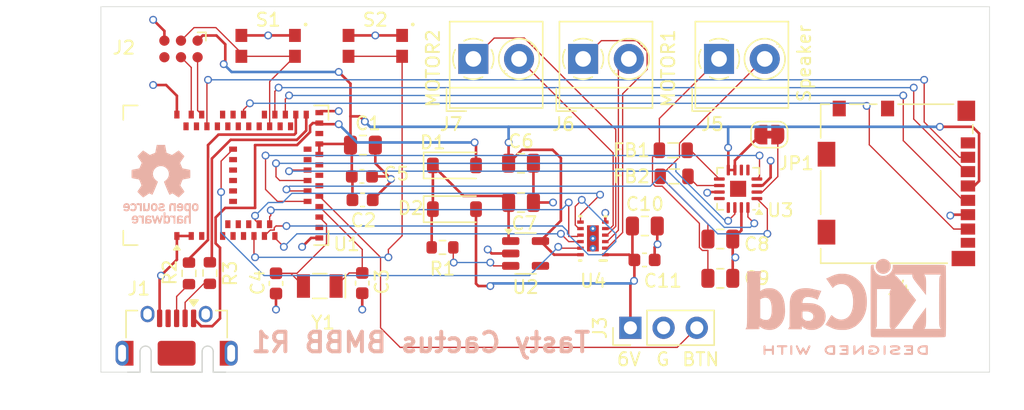
<source format=kicad_pcb>
(kicad_pcb (version 20240108) (generator "pcbnew") (generator_version "8.0")
  (title_block (title "Big Mount Billy Bass Master Control Program") (date "2025-03-13") (rev "R1") (company "Tasty Cactus Software"))
  (layers (0 "F.Cu" signal) (1 "In1.Cu" signal) (2 "In2.Cu" signal) (31 "B.Cu" signal) (34 "B.Paste" user) (35 "F.Paste" user) (36 "B.SilkS" user "B.Silkscreen") (37 "F.SilkS" user "F.Silkscreen") (38 "B.Mask" user) (39 "F.Mask" user) (44 "Edge.Cuts" user))
  (net 0 "")
  (net 1 "+3.3V")
  (net 2 "GND")
  (net 3 "Net-(U1-P0.01)")
  (net 4 "Net-(U1-P0.00)")
  (net 5 "/VHI")
  (net 6 "VBUS")
  (net 7 "+BATT")
  (net 13 "Net-(J1-D+)")
  (net 17 "Net-(J1-D-)")
  (net 19 "/SWCLK")
  (net 20 "/~{RESET}")
  (net 21 "/SWDIO")
  (net 22 "Net-(U2-EN)")
  (net 23 "/USBD+")
  (net 24 "/USBD-")
  (net 25 "/SWITCH")
  (net 26 "Net-(J5-Pin_2)")
  (net 28 "Net-(J5-Pin_1)")
  (net 32 "Net-(U3-OUTP)")
  (net 42 "Net-(U3-OUTN)")
  (net 60 "/BTN1")
  (net 64 "/SPI_MOSI")
  (net 65 "/SPI_SCLK")
  (net 66 "/SPI_CS1")
  (net 68 "/SPI_MISO")
  (net 70 "Net-(J6-Pin_2)")
  (net 71 "Net-(J6-Pin_1)")
  (net 72 "Net-(J7-Pin_1)")
  (net 73 "Net-(J7-Pin_2)")
  (net 74 "Net-(JP1-A)")
  (net 75 "/MOTOR_B1")
  (net 76 "/MOTOR_B2")
  (net 77 "/MOTOR_A2")
  (net 78 "/I2S_MODE")
  (net 79 "/MOTOR_CTRL")
  (net 80 "/I2S_LRCK")
  (net 81 "/MOTOR_A1")
  (net 82 "/I2S_DOUT")
  (net 83 "/I2S_SCK")
  (footprint "Capacitor_SMD:C_0603_1608Metric" (layer "F.Cu") (at 138.975 93)
    (property "Reference" "C5")
    (property "Value" "0.1uF")
  )
  (footprint "Capacitor_SMD:C_0805_2012Metric" (layer "F.Cu") (at 139.05 90.6)
    (property "Reference" "C1")
    (property "Value" "10uF")
  )
  (footprint "TerminalBlock_MetzConnect:TerminalBlock_MetzConnect_Type059_RT06302HBWC_1x02_P3.50mm_Horizontal" (layer "F.Cu") (at 166.3 84)
    (property "Reference" "J5")
    (property "Value" "Screw_Terminal_01x02")
  )
  (footprint "Capacitor_SMD:C_0805_2012Metric" (layer "F.Cu") (at 166.4 100.81)
    (property "Reference" "C9")
    (property "Value" "220pF")
  )
  (footprint "KMR231GLFS:SW4SMD_63X161LS" (layer "F.Cu") (at 131.8 83)
    (property "Reference" "S1")
    (property "Value" "KMR231GLFS")
  )
  (footprint "Capacitor_SMD:C_0603_1608Metric" (layer "F.Cu") (at 139 101.175 90)
    (property "Reference" "C3")
    (property "Value" "22pF")
  )
  (footprint "Resistor_SMD:R_0603_1608Metric" (layer "F.Cu") (at 127.34 100.405 -90)
    (property "Reference" "R3")
    (property "Value" "22")
  )
  (footprint "Connector_Card:microSD_HC_Molex_104031-0811" (layer "F.Cu") (at 179.9 93.54 -90)
    (property "Reference" "J4")
    (property "Value" "Micro_SD_Card")
  )
  (footprint "Connector_USB:USB_Micro-AB_Molex_47590-0001" (layer "F.Cu") (at 124.795 106.9)
    (property "Reference" "J1")
    (property "Value" "USB_OTG")
    (fp_line (start -3.75 1.1) (end -2.8 1.1) (stroke (width 0.1)) (layer "Edge.Cuts"))
    (fp_line (start -2.8 -0.475) (end -2.8 1.1) (stroke (width 0.1)) (layer "Edge.Cuts"))
    (fp_line (start -1.95 -0.475) (end -1.95 1.1) (stroke (width 0.1)) (layer "Edge.Cuts"))
    (fp_line (start -1.95 1.1) (end 1.95 1.1) (stroke (width 0.1)) (layer "Edge.Cuts"))
    (fp_line (start 1.95 -0.475) (end 1.95 1.1) (stroke (width 0.1)) (layer "Edge.Cuts"))
    (fp_line (start 2.8 -0.475) (end 2.8 1.1) (stroke (width 0.1)) (layer "Edge.Cuts"))
    (fp_line (start 2.8 1.1) (end 3.75 1.1) (stroke (width 0.1)) (layer "Edge.Cuts"))
    (fp_arc (start -2.8 -0.475) (mid -2.375 -0.9) (end -1.95 -0.475) (stroke (width 0.1)) (layer "Edge.Cuts"))
    (fp_arc (start 1.95 -0.475) (mid 2.375 -0.9) (end 2.8 -0.475) (stroke (width 0.1)) (layer "Edge.Cuts"))
  )
  (footprint "Capacitor_SMD:C_0805_2012Metric" (layer "F.Cu") (at 151.15 91.99)
    (property "Reference" "C6")
    (property "Value" "10uF")
  )
  (footprint "Jumper:SolderJumper-2_P1.3mm_Bridged_RoundedPad1.0x1.5mm" (layer "F.Cu") (at 170.15 89.8 180)
    (property "Reference" "JP1")
    (property "Value" "SolderJumper")
  )
  (footprint "Resistor_SMD:R_0603_1608Metric" (layer "F.Cu") (at 125.74 100.43 -90)
    (property "Reference" "R2")
    (property "Value" "22")
  )
  (footprint "Capacitor_SMD:C_0805_2012Metric" (layer "F.Cu") (at 166.4 97.8)
    (property "Reference" "C8")
    (property "Value" "220pF")
  )
  (footprint "DRV8835:DSS0012A" (layer "F.Cu") (at 156.649999 97.75 180)
    (property "Reference" "U4")
    (property "Value" "DRV8835DSSR")
  )
  (footprint "Inductor_SMD:L_0805_2012Metric" (layer "F.Cu") (at 162.8625 93 180)
    (property "Reference" "FB2")
    (property "Value" "FerriteBead")
  )
  (footprint "Inductor_SMD:L_0805_2012Metric" (layer "F.Cu") (at 162.8 91 180)
    (property "Reference" "FB1")
    (property "Value" "FerriteBead")
  )
  (footprint "TerminalBlock_MetzConnect:TerminalBlock_MetzConnect_Type059_RT06302HBWC_1x02_P3.50mm_Horizontal" (layer "F.Cu") (at 147.5 84)
    (property "Reference" "J7")
    (property "Value" "Screw_Terminal_01x02")
  )
  (footprint "Capacitor_SMD:C_0805_2012Metric" (layer "F.Cu") (at 160.625 96.8)
    (property "Reference" "C10")
    (property "Value" "10uF")
  )
  (footprint "Capacitor_SMD:C_0603_1608Metric" (layer "F.Cu") (at 132.4 101.2 90)
    (property "Reference" "C4")
    (property "Value" "22pF")
  )
  (footprint "Resistor_SMD:R_0603_1608Metric" (layer "F.Cu") (at 145.14 98.44)
    (property "Reference" "R1")
    (property "Value" "10k")
  )
  (footprint "KMR231GLFS:SW4SMD_63X161LS" (layer "F.Cu") (at 140 83)
    (property "Reference" "S2")
    (property "Value" "KMR231GLFS")
  )
  (footprint "Diode_SMD:D_SOD-123" (layer "F.Cu") (at 146.055 95.51)
    (property "Reference" "D2")
    (property "Value" "MBR120")
  )
  (footprint "Connector_PinHeader_2.54mm:PinHeader_1x03_P2.54mm_Vertical" (layer "F.Cu") (at 159.52 104.6 90)
    (property "Reference" "J3")
    (property "Value" "Conn_01x03_Pin")
  )
  (footprint "RF_Module:Raytac_MDBT50Q" (layer "F.Cu") (at 128.565 92.915 90)
    (property "Reference" "U1")
    (property "Value" "MDBT50Q-P1MV2")
  )
  (footprint "Capacitor_SMD:C_0805_2012Metric" (layer "F.Cu") (at 151.15 95)
    (property "Reference" "C7")
    (property "Value" "10uF")
  )
  (footprint "Diode_SMD:D_SOD-123" (layer "F.Cu") (at 146.055 92.16)
    (property "Reference" "D1")
    (property "Value" "MBR120")
  )
  (footprint "Capacitor_SMD:C_0603_1608Metric" (layer "F.Cu") (at 139.025 94.8)
    (property "Reference" "C2")
    (property "Value" "0.1uF")
  )
  (footprint "TerminalBlock_MetzConnect:TerminalBlock_MetzConnect_Type059_RT06302HBWC_1x02_P3.50mm_Horizontal" (layer "F.Cu") (at 155.9 84)
    (property "Reference" "J6")
    (property "Value" "Screw_Terminal_01x02")
  )
  (footprint "Package_TO_SOT_SMD:SOT-23-5" (layer "F.Cu") (at 151.5 98.905)
    (property "Reference" "U2")
    (property "Value" "AP2112K-3.3")
  )
  (footprint "Crystal:Crystal_SMD_MicroCrystal_CC7V-T1A-2Pin_3.2x1.5mm" (layer "F.Cu") (at 135.75 101.4 180)
    (property "Reference" "Y1")
    (property "Value" "32.768")
  )
  (footprint "Connector:Tag-Connect_TC2030-IDC-NL_2x03_P1.27mm_Vertical" (layer "F.Cu") (at 125.13 83.235 180)
    (property "Reference" "J2")
    (property "Value" "Conn_ARM_SWD_TagConnect_TC2030")
  )
  (footprint "Package_DFN_QFN:TQFN-16-1EP_3x3mm_P0.5mm_EP1.23x1.23mm" (layer "F.Cu") (at 167.7625 93.95 180)
    (property "Reference" "U3")
    (property "Value" "MAX98357A")
  )
  (footprint "Capacitor_SMD:C_0603_1608Metric" (layer "F.Cu") (at 160.6 99.4)
    (property "Reference" "C11")
    (property "Value" "0.1uF")
  )
  (footprint "Symbol:OSHW-Logo_5.7x6mm_SilkScreen" (layer "B.Cu") (at 123.6 93.6 180)
    (property "Reference" "REF**" (hide yes))
    (property "Value" "OSHW-Logo_5.7x6mm_SilkScreen" (hide yes))
  )
  (footprint "Symbol:KiCad-Logo2_6mm_SilkScreen" (layer "B.Cu") (at 176.007487 102.304848 180)
    (property "Reference" "REF**" (hide yes))
    (property "Value" "KiCad-Logo2_6mm_SilkScreen" (hide yes))
  )
  (gr_line (start 128.545 108) (end 187 108) (stroke (width 0.05)) (layer "Edge.Cuts"))
  (gr_line (start 119 80) (end 119 108) (stroke (width 0.05)) (layer "Edge.Cuts"))
  (gr_line (start 187 80) (end 119 80) (stroke (width 0.05)) (layer "Edge.Cuts"))
  (gr_line (start 121.045 108) (end 119 108) (stroke (width 0.05)) (layer "Edge.Cuts"))
  (gr_line (start 187 108) (end 187 80) (stroke (width 0.05)) (layer "Edge.Cuts"))
  (gr_text "Tasty Cactus BMBB R1" (at 156.6 106.6 0) (layer "B.SilkS") (effects (font (size 1.5 1.5) (thickness 0.3) (bold yes)) (justify left bottom mirror)))
  (gr_text "Speaker" (at 173.4 87.4 90) (layer "F.SilkS") (effects (font (size 1 1)) (justify left bottom)))
  (gr_text "BTN" (at 163.4 107.6 0) (layer "F.SilkS") (effects (font (size 1 1)) (justify left bottom)))
  (gr_text "MOTOR2" (at 145 87.8 90) (layer "F.SilkS") (effects (font (size 1 1)) (justify left bottom)))
  (gr_text "MOTOR1" (at 163 87.8 90) (layer "F.SilkS") (effects (font (size 1 1)) (justify left bottom)))
  (gr_text "6V" (at 158.4 107.6 0) (layer "F.SilkS") (effects (font (size 1 1)) (justify left bottom)))
  (gr_text "G" (at 161.4 107.6 0) (layer "F.SilkS") (effects (font (size 1 1)) (justify left bottom)))
  (segment (start 138.25 93.05) (end 138.2 93) (width 0.2) (layer "F.Cu") (net 1))
  (segment (start 185.825 93.735) (end 186.2 93.36) (width 0.2) (layer "F.Cu") (net 1))
  (segment (start 135.715 91.315) (end 135.715 90.515) (width 0.2) (layer "F.Cu") (net 1))
  (segment (start 186.2 89.71) (end 185.69 89.2) (width 0.2) (layer "F.Cu") (net 1))
  (segment (start 138.25 94.8) (end 138.25 93.05) (width 0.2) (layer "F.Cu") (net 1))
  (segment (start 153.565 90.965) (end 151.225 90.965) (width 0.2) (layer "F.Cu") (net 1))
  (segment (start 154.2 96.3925) (end 154.2 91.6) (width 0.2) (layer "F.Cu") (net 1))
  (segment (start 128.5193 84.2807) (end 128.4 84.4) (width 0.2) (layer "F.Cu") (net 1))
  (segment (start 152.6375 97.955) (end 154.2 96.3925) (width 0.2) (layer "F.Cu") (net 1))
  (segment (start 128.5193 82.883208) (end 128.5193 84.2807) (width 0.2) (layer "F.Cu") (net 1))
  (segment (start 155.700001 99) (end 153.6825 99) (width 0.2) (layer "F.Cu") (net 1))
  (segment (start 138.1 88.4) (end 138.1 90.6) (width 0.2) (layer "F.Cu") (net 1))
  (segment (start 169.5 89.8) (end 167.5125 91.7875) (width 0.2) (layer "F.Cu") (net 1))
  (segment (start 186.2 93.36) (end 186.2 89.71) (width 0.2) (layer "F.Cu") (net 1))
  (segment (start 154.2 91.6) (end 153.565 90.965) (width 0.2) (layer "F.Cu") (net 1))
  (segment (start 167.0125 92.5125) (end 167.5125 92.5125) (width 0.2) (layer "F.Cu") (net 1))
  (segment (start 138.015 90.515) (end 138.1 90.6) (width 0.2) (layer "F.Cu") (net 1))
  (segment (start 167.0125 92.5125) (end 167.0125 90.8125) (width 0.2) (layer "F.Cu") (net 1))
  (segment (start 138.1 85.9) (end 138.1 88.4) (width 0.2) (layer "F.Cu") (net 1))
  (segment (start 135.715 90.515) (end 138.015 90.515) (width 0.2) (layer "F.Cu") (net 1))
  (segment (start 127.842393 82.206301) (end 128.5193 82.883208) (width 0.2) (layer "F.Cu") (net 1))
  (segment (start 126.4 82.6) (end 126.793699 82.206301) (width 0.2) (layer "F.Cu") (net 1))
  (segment (start 139.2 88.8) (end 138.8 88.4) (width 0.2) (layer "F.Cu") (net 1))
  (segment (start 151.225 90.965) (end 150.2 91.99) (width 0.2) (layer "F.Cu") (net 1))
  (segment (start 153.6 98.9175) (end 152.6375 97.955) (width 0.2) (layer "F.Cu") (net 1))
  (segment (start 185.69 89.2) (end 183.2 89.2) (width 0.2) (layer "F.Cu") (net 1))
  (segment (start 150.2 91.99) (end 150.2 90.4) (width 0.2) (layer "F.Cu") (net 1))
  (segment (start 167.5125 91.7875) (end 167.5125 92.5125) (width 0.2) (layer "F.Cu") (net 1))
  (segment (start 185.35 93.735) (end 185.825 93.735) (width 0.2) (layer "F.Cu") (net 1))
  (segment (start 138.8 88.4) (end 138.1 88.4) (width 0.2) (layer "F.Cu") (net 1))
  (segment (start 138.2 93) (end 138.2 90.7) (width 0.2) (layer "F.Cu") (net 1))
  (segment (start 137.2 85) (end 138.1 85.9) (width 0.2) (layer "F.Cu") (net 1))
  (segment (start 153.6825 99) (end 153.6 98.9175) (width 0.2) (layer "F.Cu") (net 1))
  (segment (start 138.2 90.7) (end 138.1 90.6) (width 0.2) (layer "F.Cu") (net 1))
  (segment (start 167.0125 90.8125) (end 167 90.8) (width 0.2) (layer "F.Cu") (net 1))
  (segment (start 126.793699 82.206301) (end 127.842393 82.206301) (width 0.2) (layer "F.Cu") (net 1))
  (via (at 128.4 84.4) (size 0.6) (drill 0.4) (layers "F.Cu" "B.Cu") (net 1))
  (via (at 183.2 89.2) (size 0.6) (drill 0.4) (layers "F.Cu" "B.Cu") (net 1))
  (via (at 137.2 85) (size 0.6) (drill 0.4) (layers "F.Cu" "B.Cu") (net 1))
  (via (at 139.2 88.8) (size 0.6) (drill 0.4) (layers "F.Cu" "B.Cu") (net 1))
  (via (at 150.2 90.4) (size 0.6) (drill 0.4) (layers "F.Cu" "B.Cu") (net 1))
  (via (at 167 90.8) (size 0.6) (drill 0.4) (layers "F.Cu" "B.Cu") (net 1))
  (segment (start 150.2 89.2) (end 139.6 89.2) (width 0.2) (layer "B.Cu") (net 1))
  (segment (start 167 89.2) (end 150.2 89.2) (width 0.2) (layer "B.Cu") (net 1))
  (segment (start 139.6 89.2) (end 139.2 88.8) (width 0.2) (layer "B.Cu") (net 1))
  (segment (start 150.2 90.4) (end 150.2 89.2) (width 0.2) (layer "B.Cu") (net 1))
  (segment (start 167 90.8) (end 167 89.2) (width 0.2) (layer "B.Cu") (net 1))
  (segment (start 183.2 89.2) (end 167 89.2) (width 0.2) (layer "B.Cu") (net 1))
  (segment (start 128.4 84.4) (end 129 85) (width 0.2) (layer "B.Cu") (net 1))
  (segment (start 129 85) (end 137.2 85) (width 0.2) (layer "B.Cu") (net 1))
  (segment (start 152.1 91.99) (end 152.1 95) (width 0.2) (layer "F.Cu") (net 2))
  (segment (start 185.35 95.935) (end 184.065 95.935) (width 0.2) (layer "F.Cu") (net 2))
  (segment (start 167.35 99.41) (end 167.55 99.21) (width 0.2) (layer "F.Cu") (net 2))
  (segment (start 135.715 97.715) (end 135.085 97.715) (width 0.2) (layer "F.Cu") (net 2))
  (segment (start 129.75 82.2) (end 131.8 82.2) (width 0.2) (layer "F.Cu") (net 2))
  (segment (start 124.815 99.385) (end 123.6 100.6) (width 0.2) (layer "F.Cu") (net 2))
  (segment (start 161.575 96.8) (end 161.575 98.175) (width 0.2) (layer "F.Cu") (net 2))
  (segment (start 168.0125 97.1375) (end 167.35 97.8) (width 0.2) (layer "F.Cu") (net 2))
  (segment (start 161.375 98.425) (end 161.6 98.2) (width 0.2) (layer "F.Cu") (net 2))
  (segment (start 124.815 86.823578) (end 123.991422 86) (width 0.2) (layer "F.Cu") (net 2))
  (segment (start 124.815 97.565) (end 124.815 99.385) (width 0.2) (layer "F.Cu") (net 2))
  (segment (start 123.991422 86) (end 123 86) (width 0.2) (layer "F.Cu") (net 2))
  (segment (start 157.6 96.5) (end 157.6 95.8) (width 0.2) (layer "F.Cu") (net 2))
  (segment (start 165.45 94.2) (end 165.4 94.25) (width 0.2) (layer "F.Cu") (net 2))
  (segment (start 124.815 88.265) (end 124.815 86.823578) (width 0.2) (layer "F.Cu") (net 2))
  (segment (start 141.2 93.4) (end 141.2 93.2) (width 0.2) (layer "F.Cu") (net 2))
  (segment (start 140 92) (end 141.2 93.2) (width 0.2) (layer "F.Cu") (net 2))
  (segment (start 123.495 103.875) (end 123.495 100.705) (width 0.2) (layer "F.Cu") (net 2))
  (segment (start 123.86 81.86) (end 123 81) (width 0.2) (layer "F.Cu") (net 2))
  (segment (start 161.575 98.175) (end 161.6 98.2) (width 0.2) (layer "F.Cu") (net 2))
  (segment (start 139.75 93) (end 141 93) (width 0.2) (layer "F.Cu") (net 2))
  (segment (start 125.915 97.565) (end 124.815 97.565) (width 0.2) (layer "F.Cu") (net 2))
  (segment (start 148.905 98.905) (end 148.6 98.6) (width 0.2) (layer "F.Cu") (net 2))
  (segment (start 170.25 93.076886) (end 170.25 91.8) (width 0.2) (layer "F.Cu") (net 2))
  (segment (start 150.3625 98.905) (end 148.905 98.905) (width 0.2) (layer "F.Cu") (net 2))
  (segment (start 167.35 99.01) (end 167.55 99.21) (width 0.2) (layer "F.Cu") (net 2))
  (segment (start 156.650002 97.749997) (end 156.649999 97.75) (width 0.2) (layer "F.Cu") (net 2))
  (segment (start 133.85 82.2) (end 131.8 82.2) (width 0.2) (layer "F.Cu") (net 2))
  (segment (start 169.2 93.7) (end 169.626886 93.7) (width 0.2) (layer "F.Cu") (net 2))
  (segment (start 156.650002 98.500001) (end 156.650002 97.750003) (width 0.2) (layer "F.Cu") (net 2))
  (segment (start 137.95 82.2) (end 140 82.2) (width 0.2) (layer "F.Cu") (net 2))
  (segment (start 137.2 88) (end 135.83 88) (width 0.2) (layer "F.Cu") (net 2))
  (segment (start 141 93) (end 141.2 93.2) (width 0.2) (layer "F.Cu") (net 2))
  (segment (start 166.325 94.2) (end 165.45 94.2) (width 0.2) (layer "F.Cu") (net 2))
  (segment (start 167.35 100.81) (end 167.35 99.41) (width 0.2) (layer "F.Cu") (net 2))
  (segment (start 156.650002 98.500001) (end 156.650002 97.75) (width 0.2) (layer "F.Cu") (net 2))
  (segment (start 169.626886 93.7) (end 170.25 93.076886) (width 0.2) (layer "F.Cu") (net 2))
  (segment (start 184.065 95.935) (end 184 96) (width 0.2) (layer "F.Cu") (net 2))
  (segment (start 135.83 88) (end 135.715 88.115) (width 0.2) (layer "F.Cu") (net 2))
  (segment (start 168.0125 95.3875) (end 168.0125 97.1375) (width 0.2) (layer "F.Cu") (net 2))
  (segment (start 156.650002 97.750003) (end 156.649999 97.75) (width 0.2) (layer "F.Cu") (net 2))
  (segment (start 140 90.6) (end 140 92) (width 0.2) (layer "F.Cu") (net 2))
  (segment (start 135.085 97.715) (end 134.4 98.4) (width 0.2) (layer "F.Cu") (net 2))
  (segment (start 139.8 94.8) (end 141.2 93.4) (width 0.2) (layer "F.Cu") (net 2))
  (segment (start 123.495 100.705) (end 123.6 100.6) (width 0.2) (layer "F.Cu") (net 2))
  (segment (start 152.1 95) (end 153.6 95) (width 0.2) (layer "F.Cu") (net 2))
  (segment (start 139 101.95) (end 139 103.2) (width 0.2) (layer "F.Cu") (net 2))
  (segment (start 167.35 97.8) (end 167.35 99.01) (width 0.2) (layer "F.Cu") (net 2))
  (segment (start 161.375 99.4) (end 161.375 98.425) (width 0.2) (layer "F.Cu") (net 2))
  (segment (start 142.05 82.2) (end 140 82.2) (width 0.2) (layer "F.Cu") (net 2))
  (segment (start 132.4 101.975) (end 132.4 103.2) (width 0.2) (layer "F.Cu") (net 2))
  (segment (start 123.86 82.6) (end 123.86 81.86) (width 0.2) (layer "F.Cu") (net 2))
  (via (at 123.6 100.6) (size 0.6) (drill 0.4) (layers "F.Cu" "B.Cu") (net 2))
  (via (at 123 86) (size 0.6) (drill 0.4) (layers "F.Cu" "B.Cu") (net 2))
  (via (at 157.6 95.8) (size 0.6) (drill 0.4) (layers "F.Cu" "B.Cu") (net 2))
  (via (at 137.2 88) (size 0.6) (drill 0.4) (layers "F.Cu" "B.Cu") (net 2))
  (via (at 134.4 98.4) (size 0.6) (drill 0.4) (layers "F.Cu" "B.Cu") (net 2))
  (via (at 153.6 95) (size 0.6) (drill 0.4) (layers "F.Cu" "B.Cu") (net 2))
  (via (at 161.6 98.2) (size 0.6) (drill 0.4) (layers "F.Cu" "B.Cu") (net 2))
  (via (at 123 81) (size 0.6) (drill 0.4) (layers "F.Cu" "B.Cu") (net 2))
  (via (at 140 82.2) (size 0.6) (drill 0.4) (layers "F.Cu" "B.Cu") (net 2))
  (via (at 184 96) (size 0.6) (drill 0.4) (layers "F.Cu" "B.Cu") (net 2))
  (via (at 148.6 98.6) (size 0.6) (drill 0.4) (layers "F.Cu" "B.Cu") (net 2))
  (via (at 132.4 103.2) (size 0.6) (drill 0.4) (layers "F.Cu" "B.Cu") (net 2))
  (via (at 141.2 93.2) (size 0.6) (drill 0.4) (layers "F.Cu" "B.Cu") (net 2))
  (via (at 139 103.2) (size 0.6) (drill 0.4) (layers "F.Cu" "B.Cu") (net 2))
  (via (at 165.4 94.25) (size 0.6) (drill 0.4) (layers "F.Cu" "B.Cu") (net 2))
  (via (at 170.25 91.8) (size 0.6) (drill 0.4) (layers "F.Cu" "B.Cu") (net 2))
  (via (at 131.8 82.2) (size 0.6) (drill 0.4) (layers "F.Cu" "B.Cu") (net 2))
  (via (at 167.55 99.21) (size 0.6) (drill 0.4) (layers "F.Cu" "B.Cu") (net 2))
  (segment (start 139 100.4) (end 138 100.4) (width 0.1) (layer "F.Cu") (net 3))
  (segment (start 139 98.6) (end 135.715 95.315) (width 0.1) (layer "F.Cu") (net 3))
  (segment (start 138 100.4) (end 137 101.4) (width 0.1) (layer "F.Cu") (net 3))
  (segment (start 139 100.4) (end 139 98.6) (width 0.1) (layer "F.Cu") (net 3))
  (segment (start 132.4 100.425) (end 134.005 100.425) (width 0.1) (layer "F.Cu") (net 4))
  (segment (start 136.265 96.665) (end 135.715 96.115) (width 0.1) (layer "F.Cu") (net 4))
  (segment (start 132.4 100.425) (end 133.525 100.425) (width 0.1) (layer "F.Cu") (net 4))
  (segment (start 136.265 98.165) (end 136.265 96.665) (width 0.1) (layer "F.Cu") (net 4))
  (segment (start 133.525 100.425) (end 134.5 101.4) (width 0.1) (layer "F.Cu") (net 4))
  (segment (start 134.005 100.425) (end 136.265 98.165) (width 0.1) (layer "F.Cu") (net 4))
  (segment (start 144.315 95.6) (end 144.405 95.51) (width 0.2) (layer "F.Cu") (net 5))
  (segment (start 150.2 95) (end 150.2 97.7925) (width 0.2) (layer "F.Cu") (net 5))
  (segment (start 149.700062 94.500062) (end 146.745062 94.500062) (width 0.2) (layer "F.Cu") (net 5))
  (segment (start 150.2 95) (end 149.700062 94.500062) (width 0.2) (layer "F.Cu") (net 5))
  (segment (start 144.405 95.51) (end 144.405 92.16) (width 0.2) (layer "F.Cu") (net 5))
  (segment (start 146.745062 94.500062) (end 144.405 92.16) (width 0.2) (layer "F.Cu") (net 5))
  (segment (start 144.315 98.44) (end 144.315 95.6) (width 0.2) (layer "F.Cu") (net 5))
  (segment (start 150.2 97.7925) (end 150.3625 97.955) (width 0.2) (layer "F.Cu") (net 5))
  (segment (start 126.678274 104.475) (end 127.525 104.475) (width 0.2) (layer "F.Cu") (net 6))
  (segment (start 128.115 103.885) (end 128.115 98.465) (width 0.2) (layer "F.Cu") (net 6))
  (segment (start 130.8 90.6) (end 134.010122 90.6) (width 0.2) (layer "F.Cu") (net 6))
  (segment (start 126.095 103.875) (end 126.095 103.891726) (width 0.2) (layer "F.Cu") (net 6))
  (segment (start 128.515 95.415) (end 130.8 95.415) (width 0.2) (layer "F.Cu") (net 6))
  (segment (start 135.215 88.915) (end 135.715 88.915) (width 0.2) (layer "F.Cu") (net 6))
  (segment (start 126.095 103.891726) (end 126.678274 104.475) (width 0.2) (layer "F.Cu") (net 6))
  (segment (start 127.78 98.13) (end 127.78 96.15) (width 0.2) (layer "F.Cu") (net 6))
  (segment (start 147.705 92.16) (end 147.705 90.505) (width 0.2) (layer "F.Cu") (net 6))
  (segment (start 127.78 96.15) (end 128.515 95.415) (width 0.2) (layer "F.Cu") (net 6))
  (segment (start 127.525 104.475) (end 128.115 103.885) (width 0.2) (layer "F.Cu") (net 6))
  (segment (start 147.705 90.505) (end 147.6 90.4) (width 0.2) (layer "F.Cu") (net 6))
  (segment (start 137.2 89) (end 135.8 89) (width 0.2) (layer "F.Cu") (net 6))
  (segment (start 128.115 98.465) (end 127.78 98.13) (width 0.2) (layer "F.Cu") (net 6))
  (segment (start 135.005 89.125) (end 135.215 88.915) (width 0.2) (layer "F.Cu") (net 6))
  (segment (start 135.005 89.605122) (end 135.005 89.125) (width 0.2) (layer "F.Cu") (net 6))
  (segment (start 130.8 95.415) (end 130.8 90.6) (width 0.2) (layer "F.Cu") (net 6))
  (segment (start 135.8 89) (end 135.715 88.915) (width 0.2) (layer "F.Cu") (net 6))
  (segment (start 134.010122 90.6) (end 135.005 89.605122) (width 0.2) (layer "F.Cu") (net 6))
  (via (at 137.2 89) (size 0.6) (drill 0.4) (layers "F.Cu" "B.Cu") (net 6))
  (via (at 147.6 90.4) (size 0.6) (drill 0.4) (layers "F.Cu" "B.Cu") (net 6))
  (segment (start 138.6 90.4) (end 137.2 89) (width 0.2) (layer "B.Cu") (net 6))
  (segment (start 147.6 90.4) (end 138.6 90.4) (width 0.2) (layer "B.Cu") (net 6))
  (segment (start 159.52 101.28) (end 159.8 101) (width 0.2) (layer "F.Cu") (net 7))
  (segment (start 148.8 101.4) (end 147.89 101.4) (width 0.2) (layer "F.Cu") (net 7))
  (segment (start 147.89 101.4) (end 147.705 101.215) (width 0.2) (layer "F.Cu") (net 7))
  (segment (start 157.6 99) (end 159.425 99) (width 0.2) (layer "F.Cu") (net 7))
  (segment (start 159.675 96.8) (end 159.675 99.25) (width 0.2) (layer "F.Cu") (net 7))
  (segment (start 159.52 104.6) (end 159.52 101.28) (width 0.2) (layer "F.Cu") (net 7))
  (segment (start 159.825 99.4) (end 159.825 100.975) (width 0.2) (layer "F.Cu") (net 7))
  (segment (start 159.425 99) (end 159.825 99.4) (width 0.2) (layer "F.Cu") (net 7))
  (segment (start 159.675 99.25) (end 159.825 99.4) (width 0.2) (layer "F.Cu") (net 7))
  (segment (start 159.825 100.975) (end 159.8 101) (width 0.2) (layer "F.Cu") (net 7))
  (segment (start 147.705 101.215) (end 147.705 95.51) (width 0.2) (layer "F.Cu") (net 7))
  (via (at 159.8 101) (size 0.6) (drill 0.4) (layers "F.Cu" "B.Cu") (net 7))
  (via (at 148.8 101.4) (size 0.6) (drill 0.4) (layers "F.Cu" "B.Cu") (net 7))
  (segment (start 149 101.2) (end 148.8 101.4) (width 0.2) (layer "B.Cu") (net 7))
  (segment (start 159.8 101) (end 159.6 101.2) (width 0.2) (layer "B.Cu") (net 7))
  (segment (start 159.6 101.2) (end 149 101.2) (width 0.2) (layer "B.Cu") (net 7))
  (segment (start 124.795 102.2) (end 124.795 103.875) (width 0.1) (layer "F.Cu") (net 13))
  (segment (start 125.74 101.255) (end 124.795 102.2) (width 0.1) (layer "F.Cu") (net 13))
  (segment (start 125.445 102.65) (end 125.445 103.875) (width 0.1) (layer "F.Cu") (net 17))
  (segment (start 126.865 101.23) (end 125.445 102.65) (width 0.1) (layer "F.Cu") (net 17))
  (segment (start 127.34 101.23) (end 126.865 101.23) (width 0.1) (layer "F.Cu") (net 17))
  (segment (start 125.915 88.265) (end 125.915 84.655) (width 0.1) (layer "F.Cu") (net 19))
  (segment (start 125.915 84.655) (end 125.13 83.87) (width 0.1) (layer "F.Cu") (net 19))
  (segment (start 133.85 83.8) (end 129.75 83.8) (width 0.1) (layer "F.Cu") (net 20))
  (segment (start 126.13 81.6) (end 127.8 81.6) (width 0.1) (layer "F.Cu") (net 20))
  (segment (start 127.8 81.6) (end 129.75 83.55) (width 0.1) (layer "F.Cu") (net 20))
  (segment (start 131.915 85.735) (end 131.915 89.165) (width 0.1) (layer "F.Cu") (net 20))
  (segment (start 133.85 83.8) (end 131.915 85.735) (width 0.1) (layer "F.Cu") (net 20))
  (segment (start 125.13 82.6) (end 126.13 81.6) (width 0.1) (layer "F.Cu") (net 20))
  (segment (start 129.75 83.55) (end 129.75 83.8) (width 0.1) (layer "F.Cu") (net 20))
  (segment (start 126.4 83.87) (end 126.4 87.95) (width 0.1) (layer "F.Cu") (net 21))
  (segment (start 126.4 87.95) (end 126.715 88.265) (width 0.1) (layer "F.Cu") (net 21))
  (segment (start 148.8 99.6) (end 149.055 99.855) (width 0.1) (layer "F.Cu") (net 22))
  (segment (start 149.055 99.855) (end 150.3625 99.855) (width 0.1) (layer "F.Cu") (net 22))
  (segment (start 145.965 98.44) (end 145.965 99.565) (width 0.1) (layer "F.Cu") (net 22))
  (segment (start 145.965 99.565) (end 146 99.6) (width 0.1) (layer "F.Cu") (net 22))
  (via (at 146 99.6) (size 0.6) (drill 0.4) (layers "F.Cu" "B.Cu") (net 22))
  (via (at 148.8 99.6) (size 0.6) (drill 0.4) (layers "F.Cu" "B.Cu") (net 22))
  (segment (start 146 99.6) (end 148.8 99.6) (width 0.1) (layer "B.Cu") (net 22))
  (segment (start 128 89.8) (end 133.8 89.8) (width 0.2) (layer "F.Cu") (net 23))
  (segment (start 133.915 89.685) (end 133.915 88.265) (width 0.2) (layer "F.Cu") (net 23))
  (segment (start 125.74 99.325) (end 127.2 97.865) (width 0.2) (layer "F.Cu") (net 23))
  (segment (start 133.8 89.8) (end 133.915 89.685) (width 0.2) (layer "F.Cu") (net 23))
  (segment (start 125.74 99.605) (end 125.74 99.325) (width 0.2) (layer "F.Cu") (net 23))
  (segment (start 127.2 90.6) (end 128 89.8) (width 0.2) (layer "F.Cu") (net 23))
  (segment (start 127.2 97.865) (end 127.2 90.6) (width 0.2) (layer "F.Cu") (net 23))
  (segment (start 134 90.2) (end 134.715 89.485) (width 0.2) (layer "F.Cu") (net 24))
  (segment (start 127.34 99.58) (end 127.49 99.43) (width 0.2) (layer "F.Cu") (net 24))
  (segment (start 128.93 90.2) (end 134 90.2) (width 0.2) (layer "F.Cu") (net 24))
  (segment (start 127.49 91.64) (end 128.93 90.2) (width 0.2) (layer "F.Cu") (net 24))
  (segment (start 134.715 89.485) (end 134.715 88.265) (width 0.2) (layer "F.Cu") (net 24))
  (segment (start 127.49 99.43) (end 127.49 91.64) (width 0.2) (layer "F.Cu") (net 24))
  (segment (start 130.715 99.115) (end 130.8 99.2) (width 0.1) (layer "F.Cu") (net 25))
  (segment (start 141 99.2) (end 141 98.6) (width 0.1) (layer "F.Cu") (net 25))
  (segment (start 130.715 97.565) (end 130.715 99.115) (width 0.1) (layer "F.Cu") (net 25))
  (segment (start 137.95 83.8) (end 142.05 83.8) (width 0.1) (layer "F.Cu") (net 25))
  (segment (start 142.05 97.55) (end 142.05 83.8) (width 0.1) (layer "F.Cu") (net 25))
  (segment (start 141 98.6) (end 142.05 97.55) (width 0.1) (layer "F.Cu") (net 25))
  (via (at 141 99.2) (size 0.6) (drill 0.4) (layers "F.Cu" "B.Cu") (net 25))
  (via (at 130.8 99.2) (size 0.6) (drill 0.4) (layers "F.Cu" "B.Cu") (net 25))
  (segment (start 130.8 99.2) (end 141 99.2) (width 0.1) (layer "B.Cu") (net 25))
  (segment (start 163.275 91.525) (end 163.275 90.459948) (width 0.1) (layer "F.Cu") (net 26))
  (segment (start 165.45 96.65) (end 161.8 93) (width 0.1) (layer "F.Cu") (net 26))
  (segment (start 163.275 90.459948) (end 169.734948 84) (width 0.1) (layer "F.Cu") (net 26))
  (segment (start 169.734948 84) (end 169.8 84) (width 0.1) (layer "F.Cu") (net 26))
  (segment (start 161.8 93) (end 163.275 91.525) (width 0.1) (layer "F.Cu") (net 26))
  (segment (start 165.45 97.8) (end 165.45 96.65) (width 0.1) (layer "F.Cu") (net 26))
  (segment (start 164.8 96.6) (end 161.95 93.75) (width 0.1) (layer "F.Cu") (net 28))
  (segment (start 164.8 98.447612) (end 164.8 96.6) (width 0.1) (layer "F.Cu") (net 28))
  (segment (start 161.7375 88.5625) (end 166.3 84) (width 0.1) (layer "F.Cu") (net 28))
  (segment (start 161.2125 93.540052) (end 161.2125 91.525) (width 0.1) (layer "F.Cu") (net 28))
  (segment (start 165.45 100.81) (end 165.45 98.675) (width 0.1) (layer "F.Cu") (net 28))
  (segment (start 161.7375 91) (end 161.7375 88.5625) (width 0.1) (layer "F.Cu") (net 28))
  (segment (start 165.027388 98.675) (end 164.8 98.447612) (width 0.1) (layer "F.Cu") (net 28))
  (segment (start 161.95 93.75) (end 161.422448 93.75) (width 0.1) (layer "F.Cu") (net 28))
  (segment (start 161.2125 91.525) (end 161.7375 91) (width 0.1) (layer "F.Cu") (net 28))
  (segment (start 165.45 98.675) (end 165.027388 98.675) (width 0.1) (layer "F.Cu") (net 28))
  (segment (start 161.422448 93.75) (end 161.2125 93.540052) (width 0.1) (layer "F.Cu") (net 28))
  (segment (start 166.325 93.2) (end 164.125 91) (width 0.1) (layer "F.Cu") (net 32))
  (segment (start 164.125 91) (end 163.8625 91) (width 0.1) (layer "F.Cu") (net 32))
  (segment (start 164.625 93.7) (end 163.925 93) (width 0.1) (layer "F.Cu") (net 42))
  (segment (start 166.325 93.7) (end 164.625 93.7) (width 0.1) (layer "F.Cu") (net 42))
  (segment (start 141.9 106.1) (end 140.4 104.6) (width 0.1) (layer "F.Cu") (net 60))
  (segment (start 163 106.1) (end 141.9 106.1) (width 0.1) (layer "F.Cu") (net 60))
  (segment (start 164.6 104.6) (end 163.1 106.1) (width 0.1) (layer "F.Cu") (net 60))
  (segment (start 140.4 99.2) (end 135.715 94.515) (width 0.1) (layer "F.Cu") (net 60))
  (segment (start 140.4 104.6) (end 140.4 99.2) (width 0.1) (layer "F.Cu") (net 60))
  (segment (start 163.1 106.1) (end 163 106.1) (width 0.1) (layer "F.Cu") (net 60))
  (segment (start 181.2 86.2) (end 181.2 88.61) (width 0.1) (layer "F.Cu") (net 64))
  (segment (start 181.2 88.61) (end 185.225 92.635) (width 0.1) (layer "F.Cu") (net 64))
  (segment (start 132.315 86.485) (end 132.6 86.2) (width 0.1) (layer "F.Cu") (net 64))
  (segment (start 132.315 88.265) (end 132.315 86.485) (width 0.1) (layer "F.Cu") (net 64))
  (segment (start 185.225 92.635) (end 185.35 92.635) (width 0.1) (layer "F.Cu") (net 64))
  (via (at 181.2 86.2) (size 0.6) (drill 0.4) (layers "F.Cu" "B.Cu") (net 64))
  (via (at 132.6 86.2) (size 0.6) (drill 0.4) (layers "F.Cu" "B.Cu") (net 64))
  (segment (start 132.6 86.2) (end 181.2 86.2) (width 0.1) (layer "B.Cu") (net 64))
  (segment (start 180.4 86.8) (end 180.4 90.26) (width 0.1) (layer "F.Cu") (net 65))
  (segment (start 133.115 87.085) (end 133.4 86.8) (width 0.1) (layer "F.Cu") (net 65))
  (segment (start 180.4 90.26) (end 184.975 94.835) (width 0.1) (layer "F.Cu") (net 65))
  (segment (start 184.975 94.835) (end 185.35 94.835) (width 0.1) (layer "F.Cu") (net 65))
  (segment (start 133.115 88.265) (end 133.115 87.085) (width 0.1) (layer "F.Cu") (net 65))
  (via (at 180.4 86.8) (size 0.6) (drill 0.4) (layers "F.Cu" "B.Cu") (net 65))
  (via (at 133.4 86.8) (size 0.6) (drill 0.4) (layers "F.Cu" "B.Cu") (net 65))
  (segment (start 133.4 86.8) (end 180.4 86.8) (width 0.1) (layer "B.Cu") (net 65))
  (segment (start 185.35 91.535) (end 184.7 91.535) (width 0.1) (layer "F.Cu") (net 66))
  (segment (start 184.7 91.535) (end 182 88.835) (width 0.1) (layer "F.Cu") (net 66))
  (segment (start 127.115 85.685) (end 127.2 85.6) (width 0.1) (layer "F.Cu") (net 66))
  (segment (start 127.115 89.165) (end 127.115 85.685) (width 0.1) (layer "F.Cu") (net 66))
  (segment (start 182 88.835) (end 182 85.6) (width 0.1) (layer "F.Cu") (net 66))
  (via (at 127.2 85.6) (size 0.6) (drill 0.4) (layers "F.Cu" "B.Cu") (net 66))
  (via (at 182 85.6) (size 0.6) (drill 0.4) (layers "F.Cu" "B.Cu") (net 66))
  (segment (start 127.2 85.6) (end 182 85.6) (width 0.1) (layer "B.Cu") (net 66))
  (segment (start 129.915 87.885) (end 130.4 87.4) (width 0.1) (layer "F.Cu") (net 68))
  (segment (start 184.257182 97.035) (end 185.35 97.035) (width 0.1) (layer "F.Cu") (net 68))
  (segment (start 177.8 87.8) (end 177.8 90.577818) (width 0.1) (layer "F.Cu") (net 68))
  (segment (start 177.8 90.577818) (end 184.257182 97.035) (width 0.1) (layer "F.Cu") (net 68))
  (segment (start 177.6 87.6) (end 177.8 87.8) (width 0.1) (layer "F.Cu") (net 68))
  (segment (start 129.915 88.265) (end 129.915 87.885) (width 0.1) (layer "F.Cu") (net 68))
  (via (at 177.6 87.6) (size 0.6) (drill 0.4) (layers "F.Cu" "B.Cu") (net 68))
  (via (at 130.4 87.4) (size 0.6) (drill 0.4) (layers "F.Cu" "B.Cu") (net 68))
  (segment (start 177.4 87.4) (end 177.6 87.6) (width 0.1) (layer "B.Cu") (net 68))
  (segment (start 130.4 87.4) (end 177.4 87.4) (width 0.1) (layer "B.Cu") (net 68))
  (segment (start 157.6 98) (end 157.725 98) (width 0.1) (layer "F.Cu") (net 70))
  (segment (start 158.6 97.125) (end 158.6 84.8) (width 0.1) (layer "F.Cu") (net 70))
  (segment (start 157.725 98) (end 158.6 97.125) (width 0.1) (layer "F.Cu") (net 70))
  (segment (start 158.6 84.8) (end 159.4 84) (width 0.1) (layer "F.Cu") (net 70))
  (segment (start 158.925 97.299998) (end 158.925 86.675) (width 0.1) (layer "F.Cu") (net 71))
  (segment (start 160.8 84.8) (end 160.8 83.420101) (width 0.1) (layer "F.Cu") (net 71))
  (segment (start 158.925 86.675) (end 160.8 84.8) (width 0.1) (layer "F.Cu") (net 71))
  (segment (start 157.6 98.499998) (end 157.725 98.499998) (width 0.1) (layer "F.Cu") (net 71))
  (segment (start 159.979899 82.6) (end 157.3 82.6) (width 0.1) (layer "F.Cu") (net 71))
  (segment (start 157.725 98.499998) (end 158.925 97.299998) (width 0.1) (layer "F.Cu") (net 71))
  (segment (start 160.8 83.420101) (end 159.979899 82.6) (width 0.1) (layer "F.Cu") (net 71))
  (segment (start 157.3 82.6) (end 155.9 84) (width 0.1) (layer "F.Cu") (net 71))
  (segment (start 151.4 82.4) (end 149.1 82.4) (width 0.1) (layer "F.Cu") (net 72))
  (segment (start 158.4 96.825) (end 158.4 89.4) (width 0.1) (layer "F.Cu") (net 72))
  (segment (start 149.1 82.4) (end 147.5 84) (width 0.1) (layer "F.Cu") (net 72))
  (segment (start 158.4 89.4) (end 151.4 82.4) (width 0.1) (layer "F.Cu") (net 72))
  (segment (start 157.725 97.5) (end 158.4 96.825) (width 0.1) (layer "F.Cu") (net 72))
  (segment (start 157.6 97.5) (end 157.725 97.5) (width 0.1) (layer "F.Cu") (net 72))
  (segment (start 157.956301 96.999999) (end 158.2 96.7563) (width 0.1) (layer "F.Cu") (net 73))
  (segment (start 158.2 91.2) (end 151 84) (width 0.1) (layer "F.Cu") (net 73))
  (segment (start 158.2 96.7563) (end 158.2 91.2) (width 0.1) (layer "F.Cu") (net 73))
  (segment (start 157.6 96.999999) (end 157.956301 96.999999) (width 0.1) (layer "F.Cu") (net 73))
  (segment (start 170.8 93.012499) (end 169.612499 94.2) (width 0.1) (layer "F.Cu") (net 74))
  (segment (start 169.612499 94.2) (end 169.2 94.2) (width 0.1) (layer "F.Cu") (net 74))
  (segment (start 170.8 89.8) (end 170.8 93.012499) (width 0.1) (layer "F.Cu") (net 74))
  (segment (start 155.700001 96.999999) (end 155.575001 96.999999) (width 0.1) (layer "F.Cu") (net 75))
  (segment (start 132.265 96.935) (end 132.265 97.115) (width 0.1) (layer "F.Cu") (net 75))
  (segment (start 155.300002 95.299998) (end 155.8 94.8) (width 0.1) (layer "F.Cu") (net 75))
  (segment (start 132.4 96.8) (end 132.265 96.935) (width 0.1) (layer "F.Cu") (net 75))
  (segment (start 155.300002 96.725) (end 155.300002 95.299998) (width 0.1) (layer "F.Cu") (net 75))
  (segment (start 132.265 97.115) (end 131.965 97.115) (width 0.1) (layer "F.Cu") (net 75))
  (segment (start 133.2 96.8) (end 132.4 96.8) (width 0.1) (layer "F.Cu") (net 75))
  (segment (start 155.575001 96.999999) (end 155.300002 96.725) (width 0.1) (layer "F.Cu") (net 75))
  (segment (start 131.965 97.115) (end 131.515 97.565) (width 0.1) (layer "F.Cu") (net 75))
  (via (at 133.2 96.8) (size 0.6) (drill 0.4) (layers "F.Cu" "B.Cu") (net 75))
  (via (at 155.8 94.8) (size 0.6) (drill 0.4) (layers "F.Cu" "B.Cu") (net 75))
  (segment (start 154.704 97.191236) (end 154.312764 96.8) (width 0.1) (layer "B.Cu") (net 75))
  (segment (start 156.304 99) (end 154.704 97.4) (width 0.1) (layer "B.Cu") (net 75))
  (segment (start 158.4 98) (end 157.4 99) (width 0.1) (layer "B.Cu") (net 75))
  (segment (start 154.704 97.4) (end 154.704 97.191236) (width 0.1) (layer "B.Cu") (net 75))
  (segment (start 157.4 99) (end 156.304 99) (width 0.1) (layer "B.Cu") (net 75))
  (segment (start 155.8 94.8) (end 158.4 97.4) (width 0.1) (layer "B.Cu") (net 75))
  (segment (start 158.4 97.4) (end 158.4 98) (width 0.1) (layer "B.Cu") (net 75))
  (segment (start 154.312764 96.8) (end 133.2 96.8) (width 0.1) (layer "B.Cu") (net 75))
  (segment (start 155.700001 96.5) (end 155.700001 95.899999) (width 0.1) (layer "F.Cu") (net 76))
  (segment (start 155.700001 95.899999) (end 157.2 94.4) (width 0.1) (layer "F.Cu") (net 76))
  (segment (start 130.8 96.35) (end 131.115 96.665) (width 0.1) (layer "F.Cu") (net 76))
  (segment (start 130.8 96.015) (end 130.8 96.35) (width 0.1) (layer "F.Cu") (net 76))
  (via (at 130.8 96.015) (size 0.6) (drill 0.4) (layers "F.Cu" "B.Cu") (net 76))
  (via (at 157.2 94.4) (size 0.6) (drill 0.4) (layers "F.Cu" "B.Cu") (net 76))
  (segment (start 133.616764 94.296) (end 132.912764 95) (width 0.1) (layer "B.Cu") (net 76))
  (segment (start 132.912764 95) (end 131.815 95) (width 0.1) (layer "B.Cu") (net 76))
  (segment (start 157.096 94.296) (end 133.616764 94.296) (width 0.1) (layer "B.Cu") (net 76))
  (segment (start 131.815 95) (end 130.8 96.015) (width 0.1) (layer "B.Cu") (net 76))
  (segment (start 130.889 96.104) (end 130.8 96.015) (width 0.1) (layer "B.Cu") (net 76))
  (segment (start 157.2 94.4) (end 157.096 94.296) (width 0.1) (layer "B.Cu") (net 76))
  (segment (start 154.8 97.6) (end 154.8 95) (width 0.1) (layer "F.Cu") (net 77))
  (segment (start 155.700001 97.5) (end 155.575001 97.5) (width 0.1) (layer "F.Cu") (net 77))
  (segment (start 132 95.6) (end 132 96) (width 0.1) (layer "F.Cu") (net 77))
  (segment (start 155.475001 97.6) (end 154.8 97.6) (width 0.1) (layer "F.Cu") (net 77))
  (segment (start 131.915 96.085) (end 131.915 96.665) (width 0.1) (layer "F.Cu") (net 77))
  (segment (start 132 96) (end 131.915 96.085) (width 0.1) (layer "F.Cu") (net 77))
  (segment (start 155.575001 97.5) (end 155.475001 97.6) (width 0.1) (layer "F.Cu") (net 77))
  (via (at 132 95.6) (size 0.6) (drill 0.4) (layers "F.Cu" "B.Cu") (net 77))
  (via (at 154.8 95) (size 0.6) (drill 0.4) (layers "F.Cu" "B.Cu") (net 77))
  (segment (start 154.25 95.55) (end 132.05 95.55) (width 0.1) (layer "B.Cu") (net 77))
  (segment (start 154.8 95) (end 154.25 95.55) (width 0.1) (layer "B.Cu") (net 77))
  (segment (start 132.05 95.55) (end 132 95.6) (width 0.1) (layer "B.Cu") (net 77))
  (segment (start 169.4 93) (end 169.4 91.4) (width 0.1) (layer "F.Cu") (net 78))
  (segment (start 169.2 93.2) (end 169.4 93) (width 0.1) (layer "F.Cu") (net 78))
  (segment (start 131.6 91.4) (end 131.6 94) (width 0.1) (layer "F.Cu") (net 78))
  (segment (start 131.6 94) (end 132.515 94.915) (width 0.1) (layer "F.Cu") (net 78))
  (segment (start 132.515 94.915) (end 134.815 94.915) (width 0.1) (layer "F.Cu") (net 78))
  (via (at 169.4 91.4) (size 0.6) (drill 0.4) (layers "F.Cu" "B.Cu") (net 78))
  (via (at 131.6 91.4) (size 0.6) (drill 0.4) (layers "F.Cu" "B.Cu") (net 78))
  (segment (start 169.4 91.4) (end 131.6 91.4) (width 0.1) (layer "B.Cu") (net 78))
  (segment (start 129.115 90.915) (end 128.2 91.83) (width 0.1) (layer "F.Cu") (net 79))
  (segment (start 154 98.4) (end 154.099998 98.499998) (width 0.1) (layer "F.Cu") (net 79))
  (segment (start 154.099998 98.499998) (end 155.700001 98.499998) (width 0.1) (layer "F.Cu") (net 79))
  (segment (start 128.2 91.83) (end 128.2 94.2) (width 0.1) (layer "F.Cu") (net 79))
  (via (at 128.2 94.2) (size 0.6) (drill 0.4) (layers "F.Cu" "B.Cu") (net 79))
  (via (at 154 98.4) (size 0.6) (drill 0.4) (layers "F.Cu" "B.Cu") (net 79))
  (segment (start 128.2 97.312764) (end 128.2 94.2) (width 0.1) (layer "B.Cu") (net 79))
  (segment (start 131.487236 100.6) (end 128.2 97.312764) (width 0.1) (layer "B.Cu") (net 79))
  (segment (start 154 98.4) (end 151.8 100.6) (width 0.1) (layer "B.Cu") (net 79))
  (segment (start 151.8 100.6) (end 131.487236 100.6) (width 0.1) (layer "B.Cu") (net 79))
  (segment (start 167.5125 95.3875) (end 167.5125 95.8875) (width 0.1) (layer "F.Cu") (net 80))
  (segment (start 167.5125 95.8875) (end 167 96.4) (width 0.1) (layer "F.Cu") (net 80))
  (segment (start 132.4 93.03) (end 132.685 93.315) (width 0.1) (layer "F.Cu") (net 80))
  (segment (start 132.685 93.315) (end 134.815 93.315) (width 0.1) (layer "F.Cu") (net 80))
  (segment (start 132.4 92) (end 132.4 93.03) (width 0.1) (layer "F.Cu") (net 80))
  (via (at 167 96.4) (size 0.6) (drill 0.4) (layers "F.Cu" "B.Cu") (net 80))
  (via (at 132.4 92) (size 0.6) (drill 0.4) (layers "F.Cu" "B.Cu") (net 80))
  (segment (start 166.772182 96.4) (end 163 92.627818) (width 0.1) (layer "B.Cu") (net 80))
  (segment (start 163 92) (end 132.4 92) (width 0.1) (layer "B.Cu") (net 80))
  (segment (start 163 92.627818) (end 163 92) (width 0.1) (layer "B.Cu") (net 80))
  (segment (start 167 96.4) (end 166.772182 96.4) (width 0.1) (layer "B.Cu") (net 80))
  (segment (start 133 98.4) (end 132.315 97.715) (width 0.1) (layer "F.Cu") (net 81))
  (segment (start 155.700001 98) (end 154.8 98) (width 0.1) (layer "F.Cu") (net 81))
  (segment (start 132.315 97.715) (end 132.315 97.565) (width 0.1) (layer "F.Cu") (net 81))
  (segment (start 154.8 98) (end 154.2 97.4) (width 0.1) (layer "F.Cu") (net 81))
  (via (at 154.2 97.4) (size 0.6) (drill 0.4) (layers "F.Cu" "B.Cu") (net 81))
  (via (at 133 98.4) (size 0.6) (drill 0.4) (layers "F.Cu" "B.Cu") (net 81))
  (segment (start 154.2 97.4) (end 134 97.4) (width 0.1) (layer "B.Cu") (net 81))
  (segment (start 134 97.4) (end 133 98.4) (width 0.1) (layer "B.Cu") (net 81))
  (segment (start 133.315 94.115) (end 134.815 94.115) (width 0.1) (layer "F.Cu") (net 82))
  (segment (start 169.2 94.7) (end 170 95.5) (width 0.1) (layer "F.Cu") (net 82))
  (segment (start 170 95.5) (end 170 97.4) (width 0.1) (layer "F.Cu") (net 82))
  (segment (start 133.2 94) (end 133.315 94.115) (width 0.1) (layer "F.Cu") (net 82))
  (via (at 133.2 94) (size 0.6) (drill 0.4) (layers "F.Cu" "B.Cu") (net 82))
  (via (at 170 97.4) (size 0.6) (drill 0.4) (layers "F.Cu" "B.Cu") (net 82))
  (segment (start 133.45 93.75) (end 133.2 94) (width 0.1) (layer "B.Cu") (net 82))
  (segment (start 161.8 93) (end 161.05 93.75) (width 0.1) (layer "B.Cu") (net 82))
  (segment (start 170 97.4) (end 166.2 97.4) (width 0.1) (layer "B.Cu") (net 82))
  (segment (start 166.2 97.4) (end 161.8 93) (width 0.1) (layer "B.Cu") (net 82))
  (segment (start 161.05 93.75) (end 133.45 93.75) (width 0.1) (layer "B.Cu") (net 82))
  (segment (start 133.685 92.515) (end 134.815 92.515) (width 0.1) (layer "F.Cu") (net 83))
  (segment (start 133.4 92.6) (end 133.6 92.6) (width 0.1) (layer "F.Cu") (net 83))
  (segment (start 133.6 92.6) (end 133.685 92.515) (width 0.1) (layer "F.Cu") (net 83))
  (segment (start 168.5125 95.3875) (end 168.5125 96.1125) (width 0.1) (layer "F.Cu") (net 83))
  (segment (start 168.5125 96.1125) (end 169 96.6) (width 0.1) (layer "F.Cu") (net 83))
  (via (at 169 96.6) (size 0.6) (drill 0.4) (layers "F.Cu" "B.Cu") (net 83))
  (via (at 133.4 92.6) (size 0.6) (drill 0.4) (layers "F.Cu" "B.Cu") (net 83))
  (segment (start 169 96.6) (end 168.696 96.904) (width 0.1) (layer "B.Cu") (net 83))
  (segment (start 166.704 96.904) (end 162.4 92.6) (width 0.1) (layer "B.Cu") (net 83))
  (segment (start 168.696 96.904) (end 166.704 96.904) (width 0.1) (layer "B.Cu") (net 83))
  (segment (start 162.4 92.6) (end 133.4 92.6) (width 0.1) (layer "B.Cu") (net 83))
)
</source>
